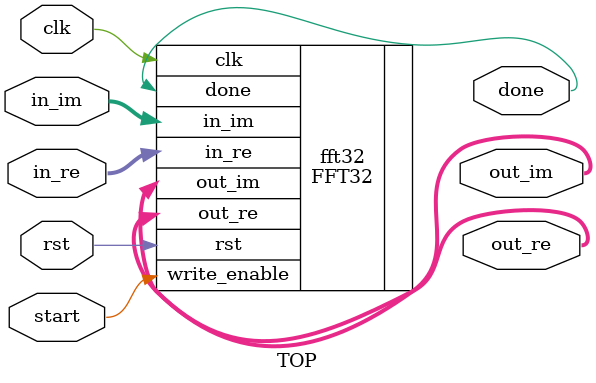
<source format=v>
module TOP(
	input clk,
	input rst,
	input start,
	input signed [15:0] in_re,
	input signed [15:0] in_im,
	output wire signed [15:0] out_re,
	output wire signed [15:0] out_im,
	output wire done
);

	FFT32 fft32(.clk(clk), .rst(rst), .write_enable(start), .in_re(in_re), .in_im(in_im),
					.out_re(out_re), .out_im(out_im), .done(done));
			
	
	always @(posedge clk or negedge rst) begin
		if(!rst) begin
			//done <= 1'b0;
		end
	end
	
endmodule


	
</source>
